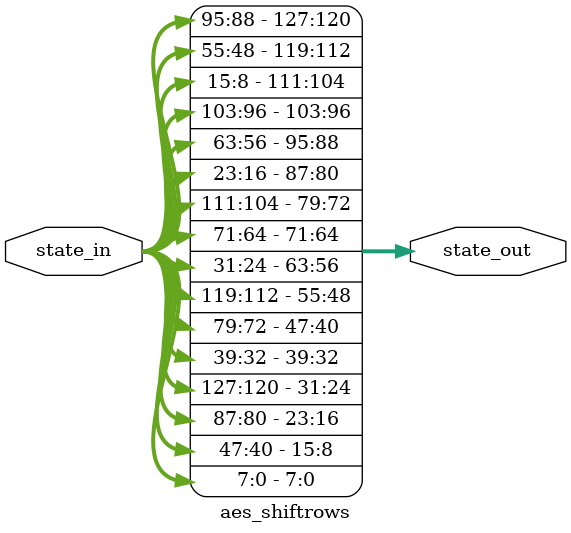
<source format=v>
module aes_shiftrows(
    input  wire [127:0] state_in,
    output wire [127:0] state_out
);
    // Row-wise shifts (assuming column-major state: [0,4,8,12] is row0)
    assign state_out[8*0+7  : 8*0]  = state_in[8*0+7  : 8*0];
    assign state_out[8*4+7  : 8*4]  = state_in[8*4+7  : 8*4];
    assign state_out[8*8+7  : 8*8]  = state_in[8*8+7  : 8*8];
    assign state_out[8*12+7 : 8*12] = state_in[8*12+7 : 8*12];

    assign state_out[8*1+7  : 8*1]  = state_in[8*5+7  : 8*5];
    assign state_out[8*5+7  : 8*5]  = state_in[8*9+7  : 8*9];
    assign state_out[8*9+7  : 8*9]  = state_in[8*13+7 : 8*13];
    assign state_out[8*13+7 : 8*13] = state_in[8*1+7  : 8*1];

    assign state_out[8*2+7  : 8*2]  = state_in[8*10+7 : 8*10];
    assign state_out[8*6+7  : 8*6]  = state_in[8*14+7 : 8*14];
    assign state_out[8*10+7 : 8*10] = state_in[8*2+7  : 8*2];
    assign state_out[8*14+7 : 8*14] = state_in[8*6+7  : 8*6];

    assign state_out[8*3+7  : 8*3]  = state_in[8*15+7 : 8*15];
    assign state_out[8*7+7  : 8*7]  = state_in[8*3+7  : 8*3];
    assign state_out[8*11+7 : 8*11] = state_in[8*7+7  : 8*7];
    assign state_out[8*15+7 : 8*15] = state_in[8*11+7 : 8*11];
endmodule

</source>
